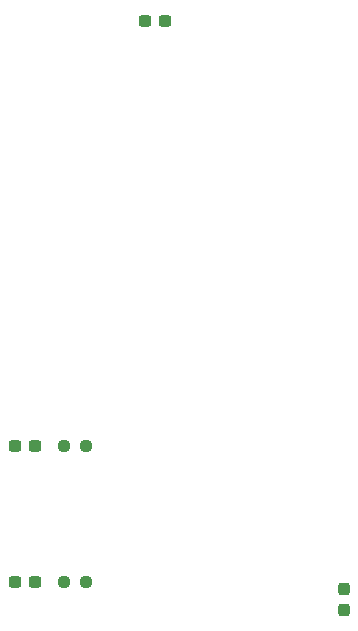
<source format=gbp>
G04 #@! TF.GenerationSoftware,KiCad,Pcbnew,8.0.6*
G04 #@! TF.CreationDate,2025-12-03T00:04:18-05:00*
G04 #@! TF.ProjectId,dead_reckoning_shield,64656164-5f72-4656-936b-6f6e696e675f,rev?*
G04 #@! TF.SameCoordinates,Original*
G04 #@! TF.FileFunction,Paste,Bot*
G04 #@! TF.FilePolarity,Positive*
%FSLAX46Y46*%
G04 Gerber Fmt 4.6, Leading zero omitted, Abs format (unit mm)*
G04 Created by KiCad (PCBNEW 8.0.6) date 2025-12-03 00:04:18*
%MOMM*%
%LPD*%
G01*
G04 APERTURE LIST*
G04 Aperture macros list*
%AMRoundRect*
0 Rectangle with rounded corners*
0 $1 Rounding radius*
0 $2 $3 $4 $5 $6 $7 $8 $9 X,Y pos of 4 corners*
0 Add a 4 corners polygon primitive as box body*
4,1,4,$2,$3,$4,$5,$6,$7,$8,$9,$2,$3,0*
0 Add four circle primitives for the rounded corners*
1,1,$1+$1,$2,$3*
1,1,$1+$1,$4,$5*
1,1,$1+$1,$6,$7*
1,1,$1+$1,$8,$9*
0 Add four rect primitives between the rounded corners*
20,1,$1+$1,$2,$3,$4,$5,0*
20,1,$1+$1,$4,$5,$6,$7,0*
20,1,$1+$1,$6,$7,$8,$9,0*
20,1,$1+$1,$8,$9,$2,$3,0*%
G04 Aperture macros list end*
%ADD10RoundRect,0.237500X-0.300000X-0.237500X0.300000X-0.237500X0.300000X0.237500X-0.300000X0.237500X0*%
%ADD11RoundRect,0.237500X0.300000X0.237500X-0.300000X0.237500X-0.300000X-0.237500X0.300000X-0.237500X0*%
%ADD12RoundRect,0.237500X0.237500X-0.300000X0.237500X0.300000X-0.237500X0.300000X-0.237500X-0.300000X0*%
%ADD13RoundRect,0.237500X0.250000X0.237500X-0.250000X0.237500X-0.250000X-0.237500X0.250000X-0.237500X0*%
%ADD14RoundRect,0.237500X-0.250000X-0.237500X0.250000X-0.237500X0.250000X0.237500X-0.250000X0.237500X0*%
G04 APERTURE END LIST*
D10*
X185137500Y-136000000D03*
X186862500Y-136000000D03*
D11*
X186862500Y-124500000D03*
X185137500Y-124500000D03*
D10*
X196137500Y-88500000D03*
X197862500Y-88500000D03*
D12*
X213000000Y-138362500D03*
X213000000Y-136637500D03*
D13*
X191162500Y-124500000D03*
X189337500Y-124500000D03*
D14*
X189337500Y-136000000D03*
X191162500Y-136000000D03*
M02*

</source>
